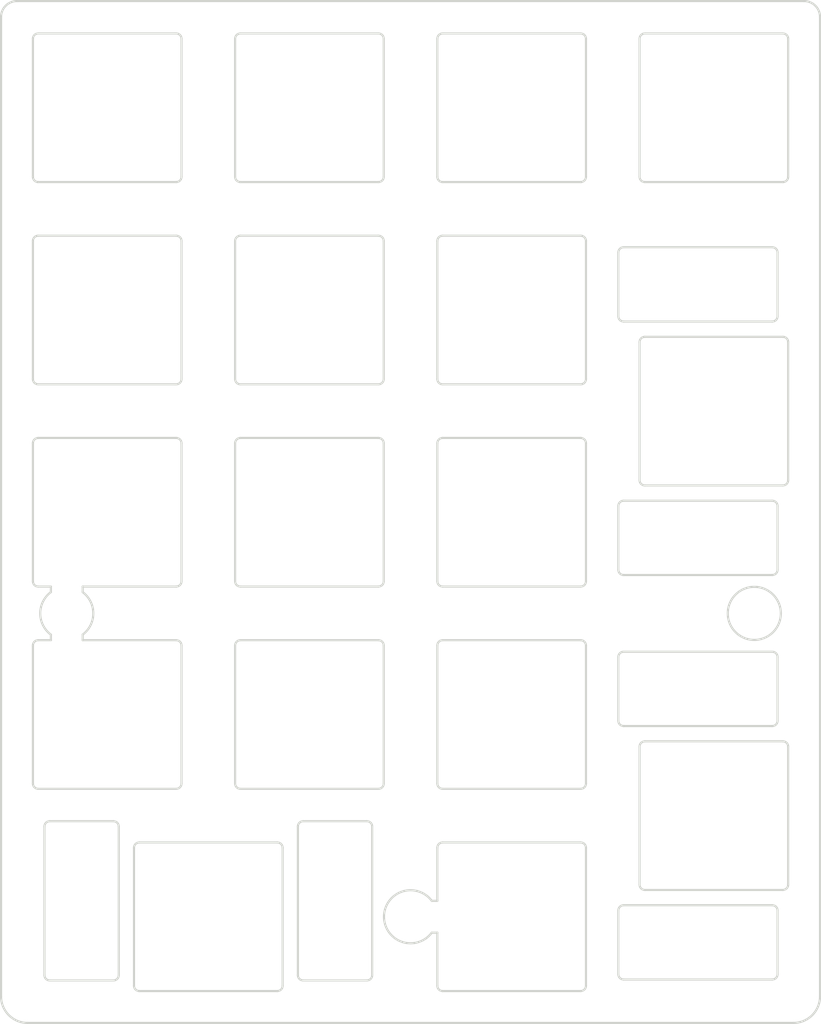
<source format=kicad_pcb>
(kicad_pcb (version 20211014) (generator pcbnew)

  (general
    (thickness 1.6)
  )

  (paper "A4")
  (layers
    (0 "F.Cu" signal)
    (31 "B.Cu" signal)
    (32 "B.Adhes" user "B.Adhesive")
    (33 "F.Adhes" user "F.Adhesive")
    (34 "B.Paste" user)
    (35 "F.Paste" user)
    (36 "B.SilkS" user "B.Silkscreen")
    (37 "F.SilkS" user "F.Silkscreen")
    (38 "B.Mask" user)
    (39 "F.Mask" user)
    (40 "Dwgs.User" user "User.Drawings")
    (41 "Cmts.User" user "User.Comments")
    (42 "Eco1.User" user "User.Eco1")
    (43 "Eco2.User" user "User.Eco2")
    (44 "Edge.Cuts" user)
    (45 "Margin" user)
    (46 "B.CrtYd" user "B.Courtyard")
    (47 "F.CrtYd" user "F.Courtyard")
    (48 "B.Fab" user)
    (49 "F.Fab" user)
    (50 "User.1" user)
    (51 "User.2" user)
    (52 "User.3" user)
    (53 "User.4" user)
    (54 "User.5" user)
    (55 "User.6" user)
    (56 "User.7" user)
    (57 "User.8" user)
    (58 "User.9" user)
  )

  (setup
    (pad_to_mask_clearance 0)
    (pcbplotparams
      (layerselection 0x00010fc_ffffffff)
      (disableapertmacros false)
      (usegerberextensions false)
      (usegerberattributes true)
      (usegerberadvancedattributes true)
      (creategerberjobfile true)
      (svguseinch false)
      (svgprecision 6)
      (excludeedgelayer true)
      (plotframeref false)
      (viasonmask false)
      (mode 1)
      (useauxorigin false)
      (hpglpennumber 1)
      (hpglpenspeed 20)
      (hpglpendiameter 15.000000)
      (dxfpolygonmode true)
      (dxfimperialunits true)
      (dxfusepcbnewfont true)
      (psnegative false)
      (psa4output false)
      (plotreference true)
      (plotvalue true)
      (plotinvisibletext false)
      (sketchpadsonfab false)
      (subtractmaskfromsilk false)
      (outputformat 1)
      (mirror false)
      (drillshape 1)
      (scaleselection 1)
      (outputdirectory "")
    )
  )

  (net 0 "")

  (gr_line (start -16.525 -16.025) (end -16.525 -3.025) (layer "Edge.Cuts") (width 0.2) (tstamp 003c2200-0632-4808-a662-8ddd5d30c768))
  (gr_line (start 16.025 2.525) (end 3.025 2.525) (layer "Edge.Cuts") (width 0.2) (tstamp 01e9b6e7-adf9-4ee7-9447-a588630ee4a2))
  (gr_arc (start 16.525 -3.025) (mid 16.378553 -2.671447) (end 16.025 -2.525) (layer "Edge.Cuts") (width 0.2) (tstamp 0217dfc4-fc13-4699-99ad-d9948522648e))
  (gr_arc (start -12.55 40.625) (mid -12.196447 40.771447) (end -12.05 41.125) (layer "Edge.Cuts") (width 0.2) (tstamp 0351df45-d042-41d4-ba35-88092c7be2fc))
  (gr_line (start -35.575 -35.075) (end -35.575 -22.075) (layer "Edge.Cuts") (width 0.2) (tstamp 03c52831-5dc5-43c5-a442-8d23643b46fb))
  (gr_arc (start -22.075 21.575) (mid -21.721447 21.721447) (end -21.575 22.075) (layer "Edge.Cuts") (width 0.2) (tstamp 03caada9-9e22-4e2d-9035-b15433dfbb17))
  (gr_arc (start -3.025 2.525) (mid -2.671447 2.671447) (end -2.525 3.025) (layer "Edge.Cuts") (width 0.2) (tstamp 0755aee5-bc01-4cb5-b830-583289df50a3))
  (gr_arc (start -21.575 -3.025) (mid -21.721447 -2.671447) (end -22.075 -2.525) (layer "Edge.Cuts") (width 0.2) (tstamp 08a7c925-7fae-4530-b0c9-120e185cb318))
  (gr_line (start -10.112 53.625) (end -4.112 53.625) (layer "Edge.Cuts") (width 0.2) (tstamp 097edb1b-8998-4e70-b670-bba125982348))
  (gr_line (start -34.488 39.125) (end -34.488 53.125) (layer "Edge.Cuts") (width 0.2) (tstamp 099096e4-8c2a-4d84-a16f-06b4b6330e7a))
  (gr_line (start -2.525 35.075) (end -2.525 22.075) (layer "Edge.Cuts") (width 0.2) (tstamp 0c3dceba-7c95-4b3d-b590-0eb581444beb))
  (gr_arc (start -4.112 38.625) (mid -3.758447 38.771447) (end -3.612 39.125) (layer "Edge.Cuts") (width 0.2) (tstamp 0e1ed1c5-7428-4dc7-b76e-49b2d5f8177d))
  (gr_line (start 16.025 -35.575) (end 3.025 -35.575) (layer "Edge.Cuts") (width 0.2) (tstamp 0f54db53-a272-4955-88fb-d7ab00657bb0))
  (gr_line (start -30.885 21.575) (end -30.885 21.05) (layer "Edge.Cuts") (width 0.2) (tstamp 0ff508fd-18da-4ab7-9844-3c8a28c2587e))
  (gr_arc (start -36.075 57.62485) (mid -37.842767 56.892617) (end -38.575 55.12485) (layer "Edge.Cuts") (width 0.2) (tstamp 101ef598-601d-400e-9ef6-d655fbb1dbfa))
  (gr_arc (start 19.575 -14.938) (mid 19.721447 -15.291553) (end 20.075 -15.438) (layer "Edge.Cuts") (width 0.2) (tstamp 12422a89-3d0c-485c-9386-f77121fd68fd))
  (gr_line (start -30.885 16.525) (end -22.075 16.525) (layer "Edge.Cuts") (width 0.2) (tstamp 13c0ff76-ed71-4cd9-abb0-92c376825d5d))
  (gr_line (start 20.075 29.662) (end 34.075 29.662) (layer "Edge.Cuts") (width 0.2) (tstamp 14769dc5-8525-4984-8b15-a734ee247efa))
  (gr_line (start -4.112 38.625) (end -10.112 38.625) (layer "Edge.Cuts") (width 0.2) (tstamp 14c51520-6d91-4098-a59a-5121f2a898f7))
  (gr_arc (start 16.525 35.075) (mid 16.378553 35.428553) (end 16.025 35.575) (layer "Edge.Cuts") (width 0.2) (tstamp 16a9ae8c-3ad2-439b-8efe-377c994670c7))
  (gr_arc (start 16.525 16.025) (mid 16.378553 16.378553) (end 16.025 16.525) (layer "Edge.Cuts") (width 0.2) (tstamp 16bd6381-8ac0-4bf2-9dce-ecc20c724b8d))
  (gr_arc (start 22.075 45.1) (mid 21.721447 44.953553) (end 21.575 44.6) (layer "Edge.Cuts") (width 0.2) (tstamp 182b2d54-931d-49d6-9f39-60a752623e36))
  (gr_arc (start 34.575 29.162) (mid 34.428553 29.515553) (end 34.075 29.662) (layer "Edge.Cuts") (width 0.2) (tstamp 19c56563-5fe3-442a-885b-418dbc2421eb))
  (gr_line (start -3.025 -35.575) (end -16.025 -35.575) (layer "Edge.Cuts") (width 0.2) (tstamp 1a1ab354-5f85-45f9-938c-9f6c4c8c3ea2))
  (gr_arc (start 35.075 -7) (mid 35.428553 -6.853553) (end 35.575 -6.5) (layer "Edge.Cuts") (width 0.2) (tstamp 1a6d2848-e78e-49fe-8978-e1890f07836f))
  (gr_arc (start 3.025 -21.575) (mid 2.671447 -21.721447) (end 2.525 -22.075) (layer "Edge.Cuts") (width 0.2) (tstamp 1bf544e3-5940-4576-9291-2464e95c0ee2))
  (gr_line (start 16.025 -16.525) (end 3.025 -16.525) (layer "Edge.Cuts") (width 0.2) (tstamp 1d9cdadc-9036-4a95-b6db-fa7b3b74c869))
  (gr_arc (start 3.025 54.625) (mid 2.671447 54.478553) (end 2.525 54.125) (layer "Edge.Cuts") (width 0.2) (tstamp 1e518c2a-4cb7-4599-a1fa-5b9f847da7d3))
  (gr_line (start 34.575 14.938) (end 34.575 8.938) (layer "Edge.Cuts") (width 0.2) (tstamp 1e8701fc-ad24-40ea-846a-e3db538d6077))
  (gr_line (start -22.075 21.575) (end -30.885 21.575) (layer "Edge.Cuts") (width 0.2) (tstamp 1f3003e6-dce5-420f-906b-3f1e92b67249))
  (gr_line (start 34.575 29.162) (end 34.575 23.162) (layer "Edge.Cuts") (width 0.2) (tstamp 21ae9c3a-7138-444e-be38-56a4842ab594))
  (gr_arc (start -35.575 -16.025) (mid -35.428553 -16.378553) (end -35.075 -16.525) (layer "Edge.Cuts") (width 0.2) (tstamp 240e07e1-770b-4b27-894f-29fd601c924d))
  (gr_line (start -12.55 40.625) (end -25.55 40.625) (layer "Edge.Cuts") (width 0.2) (tstamp 240e5dac-6242-47a5-bbef-f76d11c715c0))
  (gr_line (start 35.075 -7) (end 22.075 -7) (layer "Edge.Cuts") (width 0.2) (tstamp 24f7628d-681d-4f0e-8409-40a129e929d9))
  (gr_arc (start 34.575 14.938) (mid 34.428553 15.291553) (end 34.075 15.438) (layer "Edge.Cuts") (width 0.2) (tstamp 25d545dc-8f50-4573-922c-35ef5a2a3a19))
  (gr_arc (start 34.575 53.038) (mid 34.428553 53.391553) (end 34.075 53.538) (layer "Edge.Cuts") (width 0.2) (tstamp 275aa44a-b61f-489f-9e2a-819a0fe0d1eb))
  (gr_line (start -35.075 -21.575) (end -22.075 -21.575) (layer "Edge.Cuts") (width 0.2) (tstamp 29e78086-2175-405e-9ba3-c48766d2f50c))
  (gr_arc (start -35.575 -35.075) (mid -35.428553 -35.428553) (end -35.075 -35.575) (layer "Edge.Cuts") (width 0.2) (tstamp 2d210a96-f81f-42a9-8bf4-1b43c11086f3))
  (gr_arc (start -10.612 39.125) (mid -10.465553 38.771447) (end -10.112 38.625) (layer "Edge.Cuts") (width 0.2) (tstamp 2d67a417-188f-4014-9282-000265d80009))
  (gr_arc (start 21.575 -35.075) (mid 21.721447 -35.428553) (end 22.075 -35.575) (layer "Edge.Cuts") (width 0.2) (tstamp 2d6db888-4e40-41c8-b701-07170fc894bc))
  (gr_arc (start 35.575 44.6) (mid 35.428553 44.953553) (end 35.075 45.1) (layer "Edge.Cuts") (width 0.2) (tstamp 2dc272bd-3aa2-45b5-889d-1d3c8aac80f8))
  (gr_line (start 2.525 -16.025) (end 2.525 -3.025) (layer "Edge.Cuts") (width 0.2) (tstamp 2f215f15-3d52-4c91-93e6-3ea03a95622f))
  (gr_arc (start 35.575 -22.075) (mid 35.428553 -21.721447) (end 35.075 -21.575) (layer "Edge.Cuts") (width 0.2) (tstamp 31e08896-1992-4725-96d9-9d2728bca7a3))
  (gr_line (start -33.988 53.625) (end -27.988 53.625) (layer "Edge.Cuts") (width 0.2) (tstamp 34a74736-156e-4bf3-9200-cd137cfa59da))
  (gr_line (start 37.075 -38.62515) (end -37.075 -38.62515) (layer "Edge.Cuts") (width 0.2) (tstamp 35a9f71f-ba35-47f6-814e-4106ac36c51e))
  (gr_arc (start -30.885 17.05) (mid -29.885 19.05) (end -30.885 21.05) (layer "Edge.Cuts") (width 0.2) (tstamp 378af8b4-af3d-46e7-89ae-deff12ca9067))
  (gr_arc (start -25.55 54.625) (mid -25.903553 54.478553) (end -26.05 54.125) (layer "Edge.Cuts") (width 0.2) (tstamp 37e8181c-a81e-498b-b2e2-0aef0c391059))
  (gr_line (start 16.525 54.125) (end 16.525 41.125) (layer "Edge.Cuts") (width 0.2) (tstamp 3a52f112-cb97-43db-aaeb-20afe27664d7))
  (gr_arc (start 2.525 -16.025) (mid 2.671447 -16.378553) (end 3.025 -16.525) (layer "Edge.Cuts") (width 0.2) (tstamp 3a7648d8-121a-4921-9b92-9b35b76ce39b))
  (gr_line (start 3.025 -21.575) (end 16.025 -21.575) (layer "Edge.Cuts") (width 0.2) (tstamp 3aaee4c4-dbf7-49a5-a620-9465d8cc3ae7))
  (gr_arc (start 21.575 -6.5) (mid 21.721447 -6.853553) (end 22.075 -7) (layer "Edge.Cuts") (width 0.2) (tstamp 3e903008-0276-4a73-8edb-5d9dfde6297c))
  (gr_arc (start 20.075 -8.438) (mid 19.721447 -8.584447) (end 19.575 -8.938) (layer "Edge.Cuts") (width 0.2) (tstamp 40165eda-4ba6-4565-9bb4-b9df6dbb08da))
  (gr_line (start -33.885 21.575) (end -35.075 21.575) (layer "Edge.Cuts") (width 0.2) (tstamp 40976bf0-19de-460f-ad64-224d4f51e16b))
  (gr_arc (start 16.525 54.125) (mid 16.378553 54.478553) (end 16.025 54.625) (layer "Edge.Cuts") (width 0.2) (tstamp 41acfe41-fac7-432a-a7a3-946566e2d504))
  (gr_arc (start -16.525 -35.075) (mid -16.378553 -35.428553) (end -16.025 -35.575) (layer "Edge.Cuts") (width 0.2) (tstamp 42713045-fffd-4b2d-ae1e-7232d705fb12))
  (gr_arc (start 35.575 6.5) (mid 35.428553 6.853553) (end 35.075 7) (layer "Edge.Cuts") (width 0.2) (tstamp 45008225-f50f-4d6b-b508-6730a9408caf))
  (gr_arc (start -10.112 53.625) (mid -10.465553 53.478553) (end -10.612 53.125) (layer "Edge.Cuts") (width 0.2) (tstamp 477311b9-8f81-40c8-9c55-fd87e287247a))
  (gr_arc (start 34.575 -8.938) (mid 34.428553 -8.584447) (end 34.075 -8.438) (layer "Edge.Cuts") (width 0.2) (tstamp 4780a290-d25c-4459-9579-eba3f7678762))
  (gr_line (start -3.025 2.525) (end -16.025 2.525) (layer "Edge.Cuts") (width 0.2) (tstamp 4a21e717-d46d-4d9e-8b98-af4ecb02d3ec))
  (gr_line (start -21.575 -3.025) (end -21.575 -16.025) (layer "Edge.Cuts") (width 0.2) (tstamp 4a4ec8d9-3d72-4952-83d4-808f65849a2b))
  (gr_line (start -21.575 -22.075) (end -21.575 -35.075) (layer "Edge.Cuts") (width 0.2) (tstamp 4c8eb964-bdf4-44de-90e9-e2ab82dd5313))
  (gr_arc (start 16.025 2.525) (mid 16.378553 2.671447) (end 16.525 3.025) (layer "Edge.Cuts") (width 0.2) (tstamp 4f66b314-0f62-4fb6-8c3c-f9c6a75cd3ec))
  (gr_line (start -2.525 16.025) (end -2.525 3.025) (layer "Edge.Cuts") (width 0.2) (tstamp 4fb21471-41be-4be8-9687-66030f97befc))
  (gr_line (start 22.075 45.1) (end 35.075 45.1) (layer "Edge.Cuts") (width 0.2) (tstamp 5114c7bf-b955-49f3-a0a8-4b954c81bde0))
  (gr_arc (start -35.075 -2.525) (mid -35.428553 -2.671447) (end -35.575 -3.025) (layer "Edge.Cuts") (width 0.2) (tstamp 5528bcad-2950-4673-90eb-c37e6952c475))
  (gr_arc (start 20.075 53.538) (mid 19.721447 53.391553) (end 19.575 53.038) (layer "Edge.Cuts") (width 0.2) (tstamp 57c0c267-8bf9-4cc7-b734-d71a239ac313))
  (gr_arc (start 37.075 -38.62515) (mid 38.13566 -38.18581) (end 38.575 -37.12515) (layer "Edge.Cuts") (width 0.2) (tstamp 5b34a16c-5a14-4291-8242-ea6d6ac54372))
  (gr_line (start 34.075 22.662) (end 20.075 22.662) (layer "Edge.Cuts") (width 0.2) (tstamp 5bcace5d-edd0-4e19-92d0-835e43cf8eb2))
  (gr_line (start 20.075 53.538) (end 34.075 53.538) (layer "Edge.Cuts") (width 0.2) (tstamp 5ca4be1c-537e-4a4a-b344-d0c8ffde8546))
  (gr_line (start 2.525 3.025) (end 2.525 16.025) (layer "Edge.Cuts") (width 0.2) (tstamp 60dcd1fe-7079-4cb8-b509-04558ccf5097))
  (gr_arc (start -16.525 -16.025) (mid -16.378553 -16.378553) (end -16.025 -16.525) (layer "Edge.Cuts") (width 0.2) (tstamp 61fe293f-6808-4b7f-9340-9aaac7054a97))
  (gr_arc (start -27.988 38.625) (mid -27.634447 38.771447) (end -27.488 39.125) (layer "Edge.Cuts") (width 0.2) (tstamp 6284122b-79c3-4e04-925e-3d32cc3ec077))
  (gr_arc (start -21.575 35.075) (mid -21.721447 35.428553) (end -22.075 35.575) (layer "Edge.Cuts") (width 0.2) (tstamp 639c0e59-e95c-4114-bccd-2e7277505454))
  (gr_arc (start -3.025 -16.525) (mid -2.671447 -16.378553) (end -2.525 -16.025) (layer "Edge.Cuts") (width 0.2) (tstamp 63ff1c93-3f96-4c33-b498-5dd8c33bccc0))
  (gr_line (start 22.075 -21.575) (end 35.075 -21.575) (layer "Edge.Cuts") (width 0.2) (tstamp 6441b183-b8f2-458f-a23d-60e2b1f66dd6))
  (gr_line (start 3.025 54.625) (end 16.025 54.625) (layer "Edge.Cuts") (width 0.2) (tstamp 644ae9fc-3c8e-4089-866e-a12bf371c3e9))
  (gr_arc (start 22.075 7) (mid 21.721447 6.853553) (end 21.575 6.5) (layer "Edge.Cuts") (width 0.2) (tstamp 6475547d-3216-45a4-a15c-48314f1dd0f9))
  (gr_line (start 2.525 41.125) (end 2.525 46.125) (layer "Edge.Cuts") (width 0.2) (tstamp 65134029-dbd2-409a-85a8-13c2a33ff019))
  (gr_line (start 2.525 22.075) (end 2.525 35.075) (layer "Edge.Cuts") (width 0.2) (tstamp 6595b9c7-02ee-4647-bde5-6b566e35163e))
  (gr_line (start 35.075 -35.575) (end 22.075 -35.575) (layer "Edge.Cuts") (width 0.2) (tstamp 66043bca-a260-4915-9fce-8a51d324c687))
  (gr_line (start -16.025 -21.575) (end -3.025 -21.575) (layer "Edge.Cuts") (width 0.2) (tstamp 666713b0-70f4-42df-8761-f65bc212d03b))
  (gr_line (start -25.55 54.625) (end -12.55 54.625) (layer "Edge.Cuts") (width 0.2) (tstamp 676efd2f-1c48-4786-9e4b-2444f1e8f6ff))
  (gr_line (start -27.488 53.125) (end -27.488 39.125) (layer "Edge.Cuts") (width 0.2) (tstamp 67763d19-f622-4e1e-81e5-5b24da7c3f99))
  (gr_arc (start 38.575 55.12485) (mid 37.842767 56.892617) (end 36.075 57.62485) (layer "Edge.Cuts") (width 0.2) (tstamp 6781326c-6e0d-4753-8f28-0f5c687e01f9))
  (gr_arc (start -35.575 3.025) (mid -35.428553 2.671447) (end -35.075 2.525) (layer "Edge.Cuts") (width 0.2) (tstamp 68877d35-b796-44db-9124-b8e744e7412e))
  (gr_arc (start 16.025 -16.525) (mid 16.378553 -16.378553) (end 16.525 -16.025) (layer "Edge.Cuts") (width 0.2) (tstamp 6bfe5804-2ef9-4c65-b2a7-f01e4014370a))
  (gr_line (start 35.575 44.6) (end 35.575 31.6) (layer "Edge.Cuts") (width 0.2) (tstamp 6c2d26bc-6eca-436c-8025-79f817bf57d6))
  (gr_arc (start -16.025 -21.575) (mid -16.378553 -21.721447) (end -16.525 -22.075) (layer "Edge.Cuts") (width 0.2) (tstamp 6c2e273e-743c-4f1e-a647-4171f8122550))
  (gr_line (start 34.575 53.038) (end 34.575 47.038) (layer "Edge.Cuts") (width 0.2) (tstamp 6c67e4f6-9d04-4539-b356-b76e915ce848))
  (gr_line (start -33.885 16.525) (end -33.885 17.05) (layer "Edge.Cuts") (width 0.2) (tstamp 6d26d68f-1ca7-4ff3-b058-272f1c399047))
  (gr_line (start 19.575 23.162) (end 19.575 29.162) (layer "Edge.Cuts") (width 0.2) (tstamp 6ec113ca-7d27-4b14-a180-1e5e2fd1c167))
  (gr_arc (start -16.025 16.525) (mid -16.378553 16.378553) (end -16.525 16.025) (layer "Edge.Cuts") (width 0.2) (tstamp 70e15522-1572-4451-9c0d-6d36ac70d8c6))
  (gr_line (start -16.025 35.575) (end -3.025 35.575) (layer "Edge.Cuts") (width 0.2) (tstamp 730b670c-9bcf-4dcd-9a8d-fcaa61fb0955))
  (gr_arc (start -2.525 16.025) (mid -2.671447 16.378553) (end -3.025 16.525) (layer "Edge.Cuts") (width 0.2) (tstamp 7599133e-c681-4202-85d9-c20dac196c64))
  (gr_line (start 21.575 -6.5) (end 21.575 6.5) (layer "Edge.Cuts") (width 0.2) (tstamp 75ffc65c-7132-4411-9f2a-ae0c73d79338))
  (gr_line (start 3.025 35.575) (end 16.025 35.575) (layer "Edge.Cuts") (width 0.2) (tstamp 770ad51a-7219-4633-b24a-bd20feb0a6c5))
  (gr_line (start 16.025 21.575) (end 3.025 21.575) (layer "Edge.Cuts") (width 0.2) (tstamp 789ca812-3e0c-4a3f-97bc-a916dd9bce80))
  (gr_arc (start -3.025 -35.575) (mid -2.671447 -35.428553) (end -2.525 -35.075) (layer "Edge.Cuts") (width 0.2) (tstamp 7aed3a71-054b-4aaa-9c0a-030523c32827))
  (gr_line (start -35.575 -16.025) (end -35.575 -3.025) (layer "Edge.Cuts") (width 0.2) (tstamp 7bbf981c-a063-4e30-8911-e4228e1c0743))
  (gr_arc (start 19.575 47.038) (mid 19.721447 46.684447) (end 20.075 46.538) (layer "Edge.Cuts") (width 0.2) (tstamp 7cee474b-af8f-4832-b07a-c43c1ab0b464))
  (gr_line (start 34.075 -15.438) (end 20.075 -15.438) (layer "Edge.Cuts") (width 0.2) (tstamp 7d34f6b1-ab31-49be-b011-c67fe67a8a56))
  (gr_line (start -16.525 22.075) (end -16.525 35.075) (layer "Edge.Cuts") (width 0.2) (tstamp 7d928d56-093a-4ca8-aed1-414b7e703b45))
  (gr_arc (start -2.525 -22.075) (mid -2.671447 -21.721447) (end -3.025 -21.575) (layer "Edge.Cuts") (width 0.2) (tstamp 7dc880bc-e7eb-4cce-8d8c-0b65a9dd788e))
  (gr_line (start 20.075 -8.438) (end 34.075 -8.438) (layer "Edge.Cuts") (width 0.2) (tstamp 7e023245-2c2b-4e2b-bfb9-5d35176e88f2))
  (gr_line (start -35.075 -2.525) (end -22.075 -2.525) (layer "Edge.Cuts") (width 0.2) (tstamp 7edc9030-db7b-43ac-a1b3-b87eeacb4c2d))
  (gr_line (start 2.525 46.125) (end 2 46.125) (layer "Edge.Cuts") (width 0.2) (tstamp 7f2301df-e4bc-479e-a681-cc59c9a2dbbb))
  (gr_line (start 2 49.125) (end 2.525 49.125) (layer "Edge.Cuts") (width 0.2) (tstamp 7f52d787-caa3-4a92-b1b2-19d554dc29a4))
  (gr_arc (start 2.525 -35.075) (mid 2.671447 -35.428553) (end 3.025 -35.575) (layer "Edge.Cuts") (width 0.2) (tstamp 80094b70-85ab-4ff6-934b-60d5ee65023a))
  (gr_line (start 16.025 40.625) (end 3.025 40.625) (layer "Edge.Cuts") (width 0.2) (tstamp 8087f566-a94d-4bbc-985b-e49ee7762296))
  (gr_line (start -21.575 16.025) (end -21.575 3.025) (layer "Edge.Cuts") (width 0.2) (tstamp 8412992d-8754-44de-9e08-115cec1a3eff))
  (gr_line (start -10.612 39.125) (end -10.612 53.125) (layer "Edge.Cuts") (width 0.2) (tstamp 84e5506c-143e-495f-9aa4-d3a71622f213))
  (gr_arc (start 35.075 -35.575) (mid 35.428553 -35.428553) (end 35.575 -35.075) (layer "Edge.Cuts") (width 0.2) (tstamp 852dabbf-de45-4470-8176-59d37a754407))
  (gr_line (start 19.575 47.038) (end 19.575 53.038) (layer "Edge.Cuts") (width 0.2) (tstamp 853ee787-6e2c-4f32-bc75-6c17337dd3d5))
  (gr_line (start 3.025 16.525) (end 16.025 16.525) (layer "Edge.Cuts") (width 0.2) (tstamp 85b7594c-358f-454b-b2ad-dd0b1d67ed76))
  (gr_arc (start -33.988 53.625) (mid -34.341553 53.478553) (end -34.488 53.125) (layer "Edge.Cuts") (width 0.2) (tstamp 87d7448e-e139-4209-ae0b-372f805267da))
  (gr_arc (start -16.025 35.575) (mid -16.378553 35.428553) (end -16.525 35.075) (layer "Edge.Cuts") (width 0.2) (tstamp 8a650ebf-3f78-4ca4-a26b-a5028693e36d))
  (gr_line (start -33.885 21.05) (end -33.885 21.575) (layer "Edge.Cuts") (width 0.2) (tstamp 8c514922-ffe1-4e37-a260-e807409f2e0d))
  (gr_line (start 22.075 7) (end 35.075 7) (layer "Edge.Cuts") (width 0.2) (tstamp 8c6a821f-8e19-48f3-8f44-9b340f7689bc))
  (gr_line (start -21.575 35.075) (end -21.575 22.075) (layer "Edge.Cuts") (width 0.2) (tstamp 8ca3e20d-bcc7-4c5e-9deb-562dfed9fecb))
  (gr_arc (start -12.05 54.125) (mid -12.196447 54.478553) (end -12.55 54.625) (layer "Edge.Cuts") (width 0.2) (tstamp 8d9a3ecc-539f-41da-8099-d37cea9c28e7))
  (gr_arc (start 3.025 -2.525) (mid 2.671447 -2.671447) (end 2.525 -3.025) (layer "Edge.Cuts") (width 0.2) (tstamp 8da933a9-35f8-42e6-8504-d1bab7264306))
  (gr_line (start 19.575 -14.938) (end 19.575 -8.938) (layer "Edge.Cuts") (width 0.2) (tstamp 8e06ba1f-e3ba-4eb9-a10e-887dffd566d6))
  (gr_line (start -35.075 16.525) (end -33.885 16.525) (layer "Edge.Cuts") (width 0.2) (tstamp 911bdcbe-493f-4e21-a506-7cbc636e2c17))
  (gr_line (start -2.525 -22.075) (end -2.525 -35.075) (layer "Edge.Cuts") (width 0.2) (tstamp 9157f4ae-0244-4ff1-9f73-3cb4cbb5f280))
  (gr_arc (start 16.025 -35.575) (mid 16.378553 -35.428553) (end 16.525 -35.075) (layer "Edge.Cuts") (width 0.2) (tstamp 922058ca-d09a-45fd-8394-05f3e2c1e03a))
  (gr_arc (start -21.575 -22.075) (mid -21.721447 -21.721447) (end -22.075 -21.575) (layer "Edge.Cuts") (width 0.2) (tstamp 94a873dc-af67-4ef9-8159-1f7c93eeb3d7))
  (gr_arc (start -3.025 21.575) (mid -2.671447 21.721447) (end -2.525 22.075) (layer "Edge.Cuts") (width 0.2) (tstamp 965308c8-e014-459a-b9db-b8493a601c62))
  (gr_line (start 16.525 -22.075) (end 16.525 -35.075) (layer "Edge.Cuts") (width 0.2) (tstamp 97fe9c60-586f-4895-8504-4d3729f5f81a))
  (gr_arc (start 2.525 41.125) (mid 2.671447 40.771447) (end 3.025 40.625) (layer "Edge.Cuts") (width 0.2) (tstamp 98c78427-acd5-4f90-9ad6-9f61c4809aec))
  (gr_arc (start -3.612 53.125) (mid -3.758447 53.478553) (end -4.112 53.625) (layer "Edge.Cuts") (width 0.2) (tstamp 994b6220-4755-4d84-91b3-6122ac1c2c5e))
  (gr_line (start -16.025 -2.525) (end -3.025 -2.525) (layer "Edge.Cuts") (width 0.2) (tstamp 9b0a1687-7e1b-4a04-a30b-c27a072a2949))
  (gr_line (start -38.575 -37.12515) (end -38.575 55.12485) (layer "Edge.Cuts") (width 0.2) (tstamp 9b3c58a7-a9b9-4498-abc0-f9f43e4f0292))
  (gr_line (start -22.075 -35.575) (end -35.075 -35.575) (layer "Edge.Cuts") (width 0.2) (tstamp 9bb20359-0f8b-45bc-9d38-6626ed3a939d))
  (gr_line (start 34.075 46.538) (end 20.075 46.538) (layer "Edge.Cuts") (width 0.2) (tstamp 9cb12cc8-7f1a-4a01-9256-c119f11a8a02))
  (gr_line (start -2.525 -3.025) (end -2.525 -16.025) (layer "Edge.Cuts") (width 0.2) (tstamp 9e1b837f-0d34-4a18-9644-9ee68f141f46))
  (gr_arc (start -35.075 16.525) (mid -35.428553 16.378553) (end -35.575 16.025) (layer "Edge.Cuts") (width 0.2) (tstamp 9f8381e9-3077-4453-a480-a01ad9c1a940))
  (gr_arc (start -34.488 39.125) (mid -34.341553 38.771447) (end -33.988 38.625) (layer "Edge.Cuts") (width 0.2) (tstamp a13ab237-8f8d-4e16-8c47-4440653b8534))
  (gr_arc (start -35.075 35.575) (mid -35.428553 35.428553) (end -35.575 35.075) (layer "Edge.Cuts") (width 0.2) (tstamp a15a7506-eae4-4933-84da-9ad754258706))
  (gr_arc (start 21.575 31.6) (mid 21.721447 31.246447) (end 22.075 31.1) (layer "Edge.Cuts") (width 0.2) (tstamp a17904b9-135e-4dae-ae20-401c7787de72))
  (gr_arc (start -35.075 -21.575) (mid -35.428553 -21.721447) (end -35.575 -22.075) (layer "Edge.Cuts") (width 0.2) (tstamp a1823eb2-fb0d-4ed8-8b96-04184ac3a9d5))
  (gr_line (start -30.885 17.05) (end -30.885 16.525) (layer "Edge.Cuts") (width 0.2) (tstamp a27eb049-c992-4f11-a026-1e6a8d9d0160))
  (gr_line (start 35.575 6.5) (end 35.575 -6.5) (layer "Edge.Cuts") (width 0.2) (tstamp a544eb0a-75db-4baf-bf54-9ca21744343b))
  (gr_line (start 16.525 16.025) (end 16.525 3.025) (layer "Edge.Cuts") (width 0.2) (tstamp a5cd8da1-8f7f-4f80-bb23-0317de562222))
  (gr_arc (start 2 49.125) (mid -2.5 47.625) (end 2 46.125) (layer "Edge.Cuts") (width 0.2) (tstamp a8447faf-e0a0-4c4a-ae53-4d4b28669151))
  (gr_arc (start -22.075 -35.575) (mid -21.721447 -35.428553) (end -21.575 -35.075) (layer "Edge.Cuts") (width 0.2) (tstamp aa14c3bd-4acc-4908-9d28-228585a22a9d))
  (gr_arc (start -26.05 41.125) (mid -25.903553 40.771447) (end -25.55 40.625) (layer "Edge.Cuts") (width 0.2) (tstamp aa2ea573-3f20-43c1-aa99-1f9c6031a9aa))
  (gr_arc (start -2.525 35.075) (mid -2.671447 35.428553) (end -3.025 35.575) (layer "Edge.Cuts") (width 0.2) (tstamp abe07c9a-17c3-43b5-b7a6-ae867ac27ea7))
  (gr_line (start 19.575 8.938) (end 19.575 14.938) (layer "Edge.Cuts") (width 0.2) (tstamp aca4de92-9c41-4c2b-9afa-540d02dafa1c))
  (gr_line (start -3.025 21.575) (end -16.025 21.575) (layer "Edge.Cuts") (width 0.2) (tstamp b1c649b1-f44d-46c7-9dea-818e75a1b87e))
  (gr_arc (start 34.075 46.538) (mid 34.428553 46.684447) (end 34.575 47.038) (layer "Edge.Cuts") (width 0.2) (tstamp b447dbb1-d38e-4a15-93cb-12c25382ea53))
  (gr_line (start 35.575 -22.075) (end 35.575 -35.075) (layer "Edge.Cuts") (width 0.2) (tstamp b5352a33-563a-4ffe-a231-2e68fb54afa3))
  (gr_arc (start 3.025 35.575) (mid 2.671447 35.428553) (end 2.525 35.075) (layer "Edge.Cuts") (width 0.2) (tstamp b7199d9b-bebb-4100-9ad3-c2bd31e21d65))
  (gr_line (start -3.025 -16.525) (end -16.025 -16.525) (layer "Edge.Cuts") (width 0.2) (tstamp b88717bd-086f-46cd-9d3f-0396009d0996))
  (gr_line (start -35.575 3.025) (end -35.575 16.025) (layer "Edge.Cuts") (width 0.2) (tstamp b96fe6ac-3535-4455-ab88-ed77f5e46d6e))
  (gr_arc (start 34.075 -15.438) (mid 34.428553 -15.291553) (end 34.575 -14.938) (layer "Edge.Cuts") (width 0.2) (tstamp babeabf2-f3b0-4ed5-8d9e-0215947e6cf3))
  (gr_arc (start 19.575 23.162) (mid 19.721447 22.808447) (end 20.075 22.662) (layer "Edge.Cuts") (width 0.2) (tstamp bd065eaf-e495-4837-bdb3-129934de1fc7))
  (gr_line (start 3.025 -2.525) (end 16.025 -2.525) (layer "Edge.Cuts") (width 0.2) (tstamp bd5408e4-362d-4e43-9d39-78fb99eb52c8))
  (gr_arc (start 16.525 -22.075) (mid 16.378553 -21.721447) (end 16.025 -21.575) (layer "Edge.Cuts") (width 0.2) (tstamp bdc7face-9f7c-4701-80bb-4cc144448db1))
  (gr_arc (start 22.075 -21.575) (mid 21.721447 -21.721447) (end 21.575 -22.075) (layer "Edge.Cuts") (width 0.2) (tstamp bfc0aadc-38cf-466e-a642-68fdc3138c78))
  (gr_arc (start -2.525 -3.025) (mid -2.671447 -2.671447) (end -3.025 -2.525) (layer "Edge.Cuts") (width 0.2) (tstamp c01d25cd-f4bb-4ef3-b5ea-533a2a4ddb2b))
  (gr_line (start 2.525 -35.075) (end 2.525 -22.075) (layer "Edge.Cuts") (width 0.2) (tstamp c0515cd2-cdaa-467e-8354-0f6eadfa35c9))
  (gr_arc (start -38.575 -37.12515) (mid -38.13566 -38.18581) (end -37.075 -38.62515) (layer "Edge.Cuts") (width 0.2) (tstamp c094494a-f6f7-43fc-a007-4951484ddf3a))
  (gr_line (start 16.525 -3.025) (end 16.525 -16.025) (layer "Edge.Cuts") (width 0.2) (tstamp c0eca5ed-bc5e-4618-9bcd-80945bea41ed))
  (gr_arc (start -33.885 21.05) (mid -34.885 19.05) (end -33.885 17.05) (layer "Edge.Cuts") (width 0.2) (tstamp c25a772d-af9c-4ebc-96f6-0966738c13a8))
  (gr_line (start -22.075 2.525) (end -35.075 2.525) (layer "Edge.Cuts") (width 0.2) (tstamp c332fa55-4168-4f55-88a5-f82c7c21040b))
  (gr_arc (start 20.075 15.438) (mid 19.721447 15.291553) (end 19.575 14.938) (layer "Edge.Cuts") (width 0.2) (tstamp c43663ee-9a0d-4f27-a292-89ba89964065))
  (gr_arc (start 3.025 16.525) (mid 2.671447 16.378553) (end 2.525 16.025) (layer "Edge.Cuts") (width 0.2) (tstamp c5eb1e4c-ce83-470e-8f32-e20ff1f886a3))
  (gr_line (start 38.575 55.12485) (end 38.575 -37.12515) (layer "Edge.Cuts") (width 0.2) (tstamp c701ee8e-1214-4781-a973-17bef7b6e3eb))
  (gr_arc (start 34.075 22.662) (mid 34.428553 22.808447) (end 34.575 23.162) (layer "Edge.Cuts") (width 0.2) (tstamp c7e7067c-5f5e-48d8-ab59-df26f9b35863))
  (gr_line (start -36.075 57.62485) (end 36.075 57.62485) (layer "Edge.Cuts") (width 0.2) (tstamp c8029a4c-945d-42ca-871a-dd73ff50a1a3))
  (gr_line (start 20.075 15.438) (end 34.075 15.438) (layer "Edge.Cuts") (width 0.2) (tstamp c830e3bc-dc64-4f65-8f47-3b106bae2807))
  (gr_line (start -35.575 22.075) (end -35.575 35.075) (layer "Edge.Cuts") (width 0.2) (tstamp c8c79177-94d4-43e2-a654-f0a5554fbb68))
  (gr_line (start -27.988 38.625) (end -33.988 38.625) (layer "Edge.Cuts") (width 0.2) (tstamp ca5a4651-0d1d-441b-b17d-01518ef3b656))
  (gr_arc (start 2.525 3.025) (mid 2.671447 2.671447) (end 3.025 2.525) (layer "Edge.Cuts") (width 0.2) (tstamp ca87f11b-5f48-4b57-8535-68d3ec2fe5a9))
  (gr_arc (start 35.075 31.1) (mid 35.428553 31.246447) (end 35.575 31.6) (layer "Edge.Cuts") (width 0.2) (tstamp cb24efdd-07c6-4317-9277-131625b065ac))
  (gr_arc (start -22.075 -16.525) (mid -21.721447 -16.378553) (end -21.575 -16.025) (layer "Edge.Cuts") (width 0.2) (tstamp cbd8faed-e1f8-4406-87c8-58b2c504a5d4))
  (gr_line (start 35.075 31.1) (end 22.075 31.1) (layer "Edge.Cuts") (width 0.2) (tstamp cdfb07af-801b-44ba-8c30-d021a6ad3039))
  (gr_line (start -26.05 41.125) (end -26.05 54.125) (layer "Edge.Cuts") (width 0.2) (tstamp cfa5c16e-7859-460d-a0b8-cea7d7ea629c))
  (gr_arc (start -27.488 53.125) (mid -27.634447 53.478553) (end -27.988 53.625) (layer "Edge.Cuts") (width 0.2) (tstamp d0d2eee9-31f6-44fa-8149-ebb4dc2dc0dc))
  (gr_line (start -35.075 35.575) (end -22.075 35.575) (layer "Edge.Cuts") (width 0.2) (tstamp d3c11c8f-a73d-4211-934b-a6da255728ad))
  (gr_line (start -16.525 3.025) (end -16.525 16.025) (layer "Edge.Cuts") (width 0.2) (tstamp d3d7e298-1d39-4294-a3ab-c84cc0dc5e5a))
  (gr_line (start 21.575 -35.075) (end 21.575 -22.075) (layer "Edge.Cuts") (width 0.2) (tstamp d4a1d3c4-b315-4bec-9220-d12a9eab51e0))
  (gr_arc (start 34.075 8.438) (mid 34.428553 8.584447) (end 34.575 8.938) (layer "Edge.Cuts") (width 0.2) (tstamp d5641ac9-9be7-46bf-90b3-6c83d852b5ba))
  (gr_circle (center 32.385 19.05) (end 34.885 19.05) (layer "Edge.Cuts") (width 0.2) (fill none) (tstamp d57dcfee-5058-4fc2-a68b-05f9a48f685b))
  (gr_arc (start 19.575 8.938) (mid 19.721447 8.584447) (end 20.075 8.438) (layer "Edge.Cuts") (width 0.2) (tstamp d7269d2a-b8c0-422d-8f25-f79ea31bf75e))
  (gr_line (start 16.525 35.075) (end 16.525 22.075) (layer "Edge.Cuts") (width 0.2) (tstamp db36f6e3-e72a-487f-bda9-88cc84536f62))
  (gr_line (start -16.025 16.525) (end -3.025 16.525) (layer "Edge.Cuts") (width 0.2) (tstamp dde51ae5-b215-445e-92bb-4a12ec410531))
  (gr_arc (start -22.075 2.525) (mid -21.721447 2.671447) (end -21.575 3.025) (layer "Edge.Cuts") (width 0.2) (tstamp df32840e-2912-4088-b54c-9a85f64c0265))
  (gr_line (start 34.575 -8.938) (end 34.575 -14.938) (layer "Edge.Cuts") (width 0.2) (tstamp df68c26a-03b5-4466-aecf-ba34b7dce6b7))
  (gr_arc (start -35.575 22.075) (mid -35.428553 21.721447) (end -35.075 21.575) (layer "Edge.Cuts") (width 0.2) (tstamp e21aa84b-970e-47cf-b64f-3b55ee0e1b51))
  (gr_arc (start 20.075 29.662) (mid 19.721447 29.515553) (end 19.575 29.162) (layer "Edge.Cuts") (width 0.2) (tstamp e43dbe34-ed17-4e35-a5c7-2f1679b3c415))
  (gr_line (start -12.05 54.125) (end -12.05 41.125) (layer "Edge.Cuts") (width 0.2) (tstamp e472dac4-5b65-4920-b8b2-6065d140a69d))
  (gr_arc (start 16.025 21.575) (mid 16.378553 21.721447) (end 16.525 22.075) (layer "Edge.Cuts") (width 0.2) (tstamp e4c6fdbb-fdc7-4ad4-a516-240d84cdc120))
  (gr_arc (start 2.525 22.075) (mid 2.671447 21.721447) (end 3.025 21.575) (layer "Edge.Cuts") (width 0.2) (tstamp e6b860cc-cb76-4220-acfb-68f1eb348bfa))
  (gr_line (start -16.525 -35.075) (end -16.525 -22.075) (layer "Edge.Cuts") (width 0.2) (tstamp e857610b-4434-4144-b04e-43c1ebdc5ceb))
  (gr_line (start 34.075 8.438) (end 20.075 8.438) (layer "Edge.Cuts") (width 0.2) (tstamp e8c50f1b-c316-4110-9cce-5c24c65a1eaa))
  (gr_arc (start -16.525 3.025) (mid -16.378553 2.671447) (end -16.025 2.525) (layer "Edge.Cuts") (width 0.2) (tstamp ec31c074-17b2-48e1-ab01-071acad3fa04))
  (gr_arc (start -16.025 -2.525) (mid -16.378553 -2.671447) (end -16.525 -3.025) (layer "Edge.Cuts") (width 0.2) (tstamp ee27d19c-8dca-4ac8-a760-6dfd54d28071))
  (gr_line (start 2.525 49.125) (end 2.525 54.125) (layer "Edge.Cuts") (width 0.2) (tstamp ee41cb8e-512d-41d2-81e1-3c50fff32aeb))
  (gr_line (start 21.575 31.6) (end 21.575 44.6) (layer "Edge.Cuts") (width 0.2) (tstamp f202141e-c20d-4cac-b016-06a44f2ecce8))
  (gr_line (start -22.075 -16.525) (end -35.075 -16.525) (layer "Edge.Cuts") (width 0.2) (tstamp f2c93195-af12-4d3e-acdf-bdd0ff675c24))
  (gr_arc (start -16.525 22.075) (mid -16.378553 21.721447) (end -16.025 21.575) (layer "Edge.Cuts") (width 0.2) (tstamp f3628265-0155-43e2-a467-c40ff783e265))
  (gr_line (start -3.612 53.125) (end -3.612 39.125) (layer "Edge.Cuts") (width 0.2) (tstamp f40d350f-0d3e-4f8a-b004-d950f2f8f1ba))
  (gr_arc (start 16.025 40.625) (mid 16.378553 40.771447) (end 16.525 41.125) (layer "Edge.Cuts") (width 0.2) (tstamp f4eb0267-179f-46c9-b516-9bfb06bac1ba))
  (gr_arc (start -21.575 16.025) (mid -21.721447 16.378553) (end -22.075 16.525) (layer "Edge.Cuts") (width 0.2) (tstamp ffd175d1-912a-4224-be1e-a8198680f46b))

  (group "" (id e40e8cef-4fb0-4fc3-be09-3875b2cc8469)
    (members
      003c2200-0632-4808-a662-8ddd5d30c768
      01e9b6e7-adf9-4ee7-9447-a588630ee4a2
      0217dfc4-fc13-4699-99ad-d9948522648e
      0351df45-d042-41d4-ba35-88092c7be2fc
      03c52831-5dc5-43c5-a442-8d23643b46fb
      03caada9-9e22-4e2d-9035-b15433dfbb17
      0755aee5-bc01-4cb5-b830-583289df50a3
      08a7c925-7fae-4530-b0c9-120e185cb318
      097edb1b-8998-4e70-b670-bba125982348
      099096e4-8c2a-4d84-a16f-06b4b6330e7a
      0c3dceba-7c95-4b3d-b590-0eb581444beb
      0e1ed1c5-7428-4dc7-b76e-49b2d5f8177d
      0f54db53-a272-4955-88fb-d7ab00657bb0
      0ff508fd-18da-4ab7-9844-3c8a28c2587e
      101ef598-601d-400e-9ef6-d655fbb1dbfa
      12422a89-3d0c-485c-9386-f77121fd68fd
      13c0ff76-ed71-4cd9-abb0-92c376825d5d
      14769dc5-8525-4984-8b15-a734ee247efa
      14c51520-6d91-4098-a59a-5121f2a898f7
      16a9ae8c-3ad2-439b-8efe-377c994670c7
      16bd6381-8ac0-4bf2-9dce-ecc20c724b8d
      182b2d54-931d-49d6-9f39-60a752623e36
      19c56563-5fe3-442a-885b-418dbc2421eb
      1a1ab354-5f85-45f9-938c-9f6c4c8c3ea2
      1a6d2848-e78e-49fe-8978-e1890f07836f
      1bf544e3-5940-4576-9291-2464e95c0ee2
      1d9cdadc-9036-4a95-b6db-fa7b3b74c869
      1e518c2a-4cb7-4599-a1fa-5b9f847da7d3
      1e8701fc-ad24-40ea-846a-e3db538d6077
      1f3003e6-dce5-420f-906b-3f1e92b67249
      21ae9c3a-7138-444e-be38-56a4842ab594
      240e07e1-770b-4b27-894f-29fd601c924d
      240e5dac-6242-47a5-bbef-f76d11c715c0
      24f7628d-681d-4f0e-8409-40a129e929d9
      25d545dc-8f50-4573-922c-35ef5a2a3a19
      275aa44a-b61f-489f-9e2a-819a0fe0d1eb
      29e78086-2175-405e-9ba3-c48766d2f50c
      2d210a96-f81f-42a9-8bf4-1b43c11086f3
      2d67a417-188f-4014-9282-000265d80009
      2d6db888-4e40-41c8-b701-07170fc894bc
      2dc272bd-3aa2-45b5-889d-1d3c8aac80f8
      2f215f15-3d52-4c91-93e6-3ea03a95622f
      31e08896-1992-4725-96d9-9d2728bca7a3
      34a74736-156e-4bf3-9200-cd137cfa59da
      35a9f71f-ba35-47f6-814e-4106ac36c51e
      378af8b4-af3d-46e7-89ae-deff12ca9067
      37e8181c-a81e-498b-b2e2-0aef0c391059
      3a52f112-cb97-43db-aaeb-20afe27664d7
      3a7648d8-121a-4921-9b92-9b35b76ce39b
      3aaee4c4-dbf7-49a5-a620-9465d8cc3ae7
      3e903008-0276-4a73-8edb-5d9dfde6297c
      40165eda-4ba6-4565-9bb4-b9df6dbb08da
      40976bf0-19de-460f-ad64-224d4f51e16b
      41acfe41-fac7-432a-a7a3-946566e2d504
      42713045-fffd-4b2d-ae1e-7232d705fb12
      45008225-f50f-4d6b-b508-6730a9408caf
      477311b9-8f81-40c8-9c55-fd87e287247a
      4780a290-d25c-4459-9579-eba3f7678762
      4a21e717-d46d-4d9e-8b98-af4ecb02d3ec
      4a4ec8d9-3d72-4952-83d4-808f65849a2b
      4c8eb964-bdf4-44de-90e9-e2ab82dd5313
      4f66b314-0f62-4fb6-8c3c-f9c6a75cd3ec
      4fb21471-41be-4be8-9687-66030f97befc
      5114c7bf-b955-49f3-a0a8-4b954c81bde0
      5528bcad-2950-4673-90eb-c37e6952c475
      57c0c267-8bf9-4cc7-b734-d71a239ac313
      5b34a16c-5a14-4291-8242-ea6d6ac54372
      5bcace5d-edd0-4e19-92d0-835e43cf8eb2
      5ca4be1c-537e-4a4a-b344-d0c8ffde8546
      60dcd1fe-7079-4cb8-b509-04558ccf5097
      61fe293f-6808-4b7f-9340-9aaac7054a97
      6284122b-79c3-4e04-925e-3d32cc3ec077
      639c0e59-e95c-4114-bccd-2e7277505454
      63ff1c93-3f96-4c33-b498-5dd8c33bccc0
      6441b183-b8f2-458f-a23d-60e2b1f66dd6
      644ae9fc-3c8e-4089-866e-a12bf371c3e9
      6475547d-3216-45a4-a15c-48314f1dd0f9
      65134029-dbd2-409a-85a8-13c2a33ff019
      6595b9c7-02ee-4647-bde5-6b566e35163e
      66043bca-a260-4915-9fce-8a51d324c687
      666713b0-70f4-42df-8761-f65bc212d03b
      676efd2f-1c48-4786-9e4b-2444f1e8f6ff
      67763d19-f622-4e1e-81e5-5b24da7c3f99
      6781326c-6e0d-4753-8f28-0f5c687e01f9
      68877d35-b796-44db-9124-b8e744e7412e
      6bfe5804-2ef9-4c65-b2a7-f01e4014370a
      6c2d26bc-6eca-436c-8025-79f817bf57d6
      6c2e273e-743c-4f1e-a647-4171f8122550
      6c67e4f6-9d04-4539-b356-b76e915ce848
      6d26d68f-1ca7-4ff3-b058-272f1c399047
      6ec113ca-7d27-4b14-a180-1e5e2fd1c167
      70e15522-1572-4451-9c0d-6d36ac70d8c6
      730b670c-9bcf-4dcd-9a8d-fcaa61fb0955
      7599133e-c681-4202-85d9-c20dac196c64
      75ffc65c-7132-4411-9f2a-ae0c73d79338
      770ad51a-7219-4633-b24a-bd20feb0a6c5
      789ca812-3e0c-4a3f-97bc-a916dd9bce80
      7aed3a71-054b-4aaa-9c0a-030523c32827
      7bbf981c-a063-4e30-8911-e4228e1c0743
      7cee474b-af8f-4832-b07a-c43c1ab0b464
      7d34f6b1-ab31-49be-b011-c67fe67a8a56
      7d928d56-093a-4ca8-aed1-414b7e703b45
      7dc880bc-e7eb-4cce-8d8c-0b65a9dd788e
      7e023245-2c2b-4e2b-bfb9-5d35176e88f2
      7edc9030-db7b-43ac-a1b3-b87eeacb4c2d
      7f2301df-e4bc-479e-a681-cc59c9a2dbbb
      7f52d787-caa3-4a92-b1b2-19d554dc29a4
      80094b70-85ab-4ff6-934b-60d5ee65023a
      8087f566-a94d-4bbc-985b-e49ee7762296
      8412992d-8754-44de-9e08-115cec1a3eff
      84e5506c-143e-495f-9aa4-d3a71622f213
      852dabbf-de45-4470-8176-59d37a754407
      853ee787-6e2c-4f32-bc75-6c17337dd3d5
      85b7594c-358f-454b-b2ad-dd0b1d67ed76
      87d7448e-e139-4209-ae0b-372f805267da
      8a650ebf-3f78-4ca4-a26b-a5028693e36d
      8c514922-ffe1-4e37-a260-e807409f2e0d
      8c6a821f-8e19-48f3-8f44-9b340f7689bc
      8ca3e20d-bcc7-4c5e-9deb-562dfed9fecb
      8d9a3ecc-539f-41da-8099-d37cea9c28e7
      8da933a9-35f8-42e6-8504-d1bab7264306
      8e06ba1f-e3ba-4eb9-a10e-887dffd566d6
      911bdcbe-493f-4e21-a506-7cbc636e2c17
      9157f4ae-0244-4ff1-9f73-3cb4cbb5f280
      922058ca-d09a-45fd-8394-05f3e2c1e03a
      94a873dc-af67-4ef9-8159-1f7c93eeb3d7
      965308c8-e014-459a-b9db-b8493a601c62
      97fe9c60-586f-4895-8504-4d3729f5f81a
      98c78427-acd5-4f90-9ad6-9f61c4809aec
      994b6220-4755-4d84-91b3-6122ac1c2c5e
      9b0a1687-7e1b-4a04-a30b-c27a072a2949
      9b3c58a7-a9b9-4498-abc0-f9f43e4f0292
      9bb20359-0f8b-45bc-9d38-6626ed3a939d
      9cb12cc8-7f1a-4a01-9256-c119f11a8a02
      9e1b837f-0d34-4a18-9644-9ee68f141f46
      9f8381e9-3077-4453-a480-a01ad9c1a940
      a13ab237-8f8d-4e16-8c47-4440653b8534
      a15a7506-eae4-4933-84da-9ad754258706
      a17904b9-135e-4dae-ae20-401c7787de72
      a1823eb2-fb0d-4ed8-8b96-04184ac3a9d5
      a27eb049-c992-4f11-a026-1e6a8d9d0160
      a544eb0a-75db-4baf-bf54-9ca21744343b
      a5cd8da1-8f7f-4f80-bb23-0317de562222
      a8447faf-e0a0-4c4a-ae53-4d4b28669151
      aa14c3bd-4acc-4908-9d28-228585a22a9d
      aa2ea573-3f20-43c1-aa99-1f9c6031a9aa
      abe07c9a-17c3-43b5-b7a6-ae867ac27ea7
      aca4de92-9c41-4c2b-9afa-540d02dafa1c
      b1c649b1-f44d-46c7-9dea-818e75a1b87e
      b447dbb1-d38e-4a15-93cb-12c25382ea53
      b5352a33-563a-4ffe-a231-2e68fb54afa3
      b7199d9b-bebb-4100-9ad3-c2bd31e21d65
      b88717bd-086f-46cd-9d3f-0396009d0996
      b96fe6ac-3535-4455-ab88-ed77f5e46d6e
      babeabf2-f3b0-4ed5-8d9e-0215947e6cf3
      bd065eaf-e495-4837-bdb3-129934de1fc7
      bd5408e4-362d-4e43-9d39-78fb99eb52c8
      bdc7face-9f7c-4701-80bb-4cc144448db1
      bfc0aadc-38cf-466e-a642-68fdc3138c78
      c01d25cd-f4bb-4ef3-b5ea-533a2a4ddb2b
      c0515cd2-cdaa-467e-8354-0f6eadfa35c9
      c094494a-f6f7-43fc-a007-4951484ddf3a
      c0eca5ed-bc5e-4618-9bcd-80945bea41ed
      c25a772d-af9c-4ebc-96f6-0966738c13a8
      c332fa55-4168-4f55-88a5-f82c7c21040b
      c43663ee-9a0d-4f27-a292-89ba89964065
      c5eb1e4c-ce83-470e-8f32-e20ff1f886a3
      c701ee8e-1214-4781-a973-17bef7b6e3eb
      c7e7067c-5f5e-48d8-ab59-df26f9b35863
      c8029a4c-945d-42ca-871a-dd73ff50a1a3
      c830e3bc-dc64-4f65-8f47-3b106bae2807
      c8c79177-94d4-43e2-a654-f0a5554fbb68
      ca5a4651-0d1d-441b-b17d-01518ef3b656
      ca87f11b-5f48-4b57-8535-68d3ec2fe5a9
      cb24efdd-07c6-4317-9277-131625b065ac
      cbd8faed-e1f8-4406-87c8-58b2c504a5d4
      cdfb07af-801b-44ba-8c30-d021a6ad3039
      cfa5c16e-7859-460d-a0b8-cea7d7ea629c
      d0d2eee9-31f6-44fa-8149-ebb4dc2dc0dc
      d3c11c8f-a73d-4211-934b-a6da255728ad
      d3d7e298-1d39-4294-a3ab-c84cc0dc5e5a
      d4a1d3c4-b315-4bec-9220-d12a9eab51e0
      d5641ac9-9be7-46bf-90b3-6c83d852b5ba
      d57dcfee-5058-4fc2-a68b-05f9a48f685b
      d7269d2a-b8c0-422d-8f25-f79ea31bf75e
      db36f6e3-e72a-487f-bda9-88cc84536f62
      dde51ae5-b215-445e-92bb-4a12ec410531
      df32840e-2912-4088-b54c-9a85f64c0265
      df68c26a-03b5-4466-aecf-ba34b7dce6b7
      e21aa84b-970e-47cf-b64f-3b55ee0e1b51
      e43dbe34-ed17-4e35-a5c7-2f1679b3c415
      e472dac4-5b65-4920-b8b2-6065d140a69d
      e4c6fdbb-fdc7-4ad4-a516-240d84cdc120
      e6b860cc-cb76-4220-acfb-68f1eb348bfa
      e857610b-4434-4144-b04e-43c1ebdc5ceb
      e8c50f1b-c316-4110-9cce-5c24c65a1eaa
      ec31c074-17b2-48e1-ab01-071acad3fa04
      ee27d19c-8dca-4ac8-a760-6dfd54d28071
      ee41cb8e-512d-41d2-81e1-3c50fff32aeb
      f202141e-c20d-4cac-b016-06a44f2ecce8
      f2c93195-af12-4d3e-acdf-bdd0ff675c24
      f3628265-0155-43e2-a467-c40ff783e265
      f40d350f-0d3e-4f8a-b004-d950f2f8f1ba
      f4eb0267-179f-46c9-b516-9bfb06bac1ba
      ffd175d1-912a-4224-be1e-a8198680f46b
    )
  )
)

</source>
